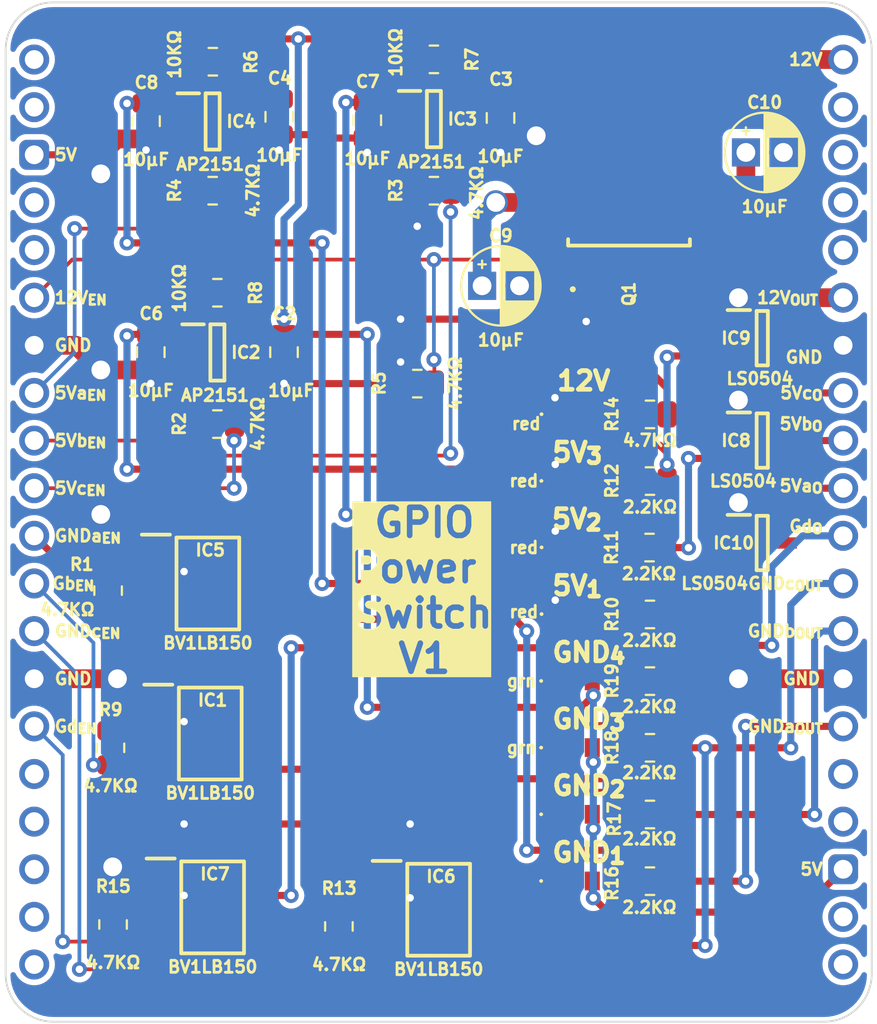
<source format=kicad_pcb>
(kicad_pcb (version 20240108) (generator "pcbnew") (generator_version "8.0")
  (title_block (title "Pico Wide GPIO Connect") (date "2025-01-30") (rev "V0"))
  (layers (0 "F.Cu" signal) (31 "B.Cu" signal) (36 "B.SilkS" user "B.Silkscreen") (37 "F.SilkS" user "F.Silkscreen") (38 "B.Mask" user) (39 "F.Mask" user) (44 "Edge.Cuts" user))
  (net 0 "")
  (net 1 "/5V")
  (net 2 "/GND")
  (net 3 "Net-(IC2-FLG)")
  (net 4 "Net-(IC3-FLG)")
  (net 5 "Net-(IC4-FLG)")
  (net 7 "/5V_{OUT2}OUT")
  (net 8 "/5V_{OUT3}OUT")
  (net 9 "/5V_{OUT1}OUT")
  (net 27 "/EN_{12V}")
  (net 28 "/12V")
  (net 29 "/EN3_{5V}")
  (net 30 "/5V_{OUT3}")
  (net 31 "/5V_{OUT2}")
  (net 32 "/EN2_{5V}")
  (net 33 "/5V_{OUT1}")
  (net 34 "/EN1_{5V}")
  (net 35 "/12V_{OUT}")
  (net 36 "Net-(LED1-Pad2)")
  (net 37 "Net-(LED2-Pad2)")
  (net 38 "Net-(LED3-Pad2)")
  (net 39 "Net-(LED5-Pad2)")
  (net 40 "/GND_{OUT2}")
  (net 41 "/EN2_{GND}")
  (net 42 "/GND_{OUT1}")
  (net 43 "/EN1_{GND}")
  (net 44 "/GND_{OUT3}")
  (net 45 "/EN3_{GND}")
  (net 46 "/GND_{OUT4}")
  (net 47 "/EN4_{GND}")
  (net 48 "Net-(LED4-Pad1)")
  (net 49 "Net-(LED6-Pad1)")
  (net 50 "Net-(LED7-Pad1)")
  (net 51 "Net-(LED8-Pad1)")
  (footprint "SamacSys_Parts:150224SS73100A" (layer "F.Cu") (at 27.8005 26.015 90)
    (property "Reference" "LED2" (hide yes))
    (property "Value" "150224SS73100" (hide yes))
  )
  (footprint "SamacSys_Parts:R_0805" (layer "F.Cu") (at 16.275 46.228)
    (property "Reference" "R13")
    (property "Value" "4.7KΩ")
  )
  (footprint "SamacSys_Parts:SIP_20_Pins" (layer "F.Cu") (at 0 0)
    (property "Reference" "J2" (hide yes))
    (property "Value" "Conn_01x20" (hide yes))
  )
  (footprint "SamacSys_Parts:R_0805" (layer "F.Cu") (at 3.956 28.321)
    (property "Reference" "R1")
    (property "Value" "4.7KΩ")
  )
  (footprint "SamacSys_Parts:R_0805" (layer "F.Cu") (at 32.8695 18.913 90)
    (property "Reference" "R14")
    (property "Value" "4.7KΩ")
  )
  (footprint "SamacSys_Parts:150224SS73100A" (layer "F.Cu") (at 27.798 18.913 90)
    (property "Reference" "LED5" (hide yes))
    (property "Value" "150224SS73100" (hide yes))
  )
  (footprint "SamacSys_Parts:R_0805" (layer "F.Cu") (at 9.525 6.985 90)
    (property "Reference" "R4")
    (property "Value" "4.7KΩ")
  )
  (footprint "SamacSys_Parts:SOIC127P600X165-8N" (layer "F.Cu") (at 9.525 45.212)
    (property "Reference" "IC7")
    (property "Value" "BV1LB150FJ-CE2" (hide yes))
  )
  (footprint "SamacSys_Parts:SOT95P280X145-3N" (layer "F.Cu") (at 38.862 14.859)
    (property "Reference" "IC9")
    (property "Value" "LS0504EVT233" (hide yes))
  )
  (footprint "SamacSys_Parts:C_0805" (layer "F.Cu") (at 24.892 3.13)
    (property "Reference" "C3")
    (property "Value" "10μF")
  )
  (footprint "SamacSys_Parts:SOT95P280X145-3N" (layer "F.Cu") (at 38.862 25.781)
    (property "Reference" "IC10")
    (property "Value" "LS0504EVT233" (hide yes))
  )
  (footprint "SamacSys_Parts:CP_Radial_D4.0mm_P2.00mm" (layer "F.Cu") (at 23.907999 12.065)
    (property "Reference" "C9")
    (property "Value" "10μF")
  )
  (footprint "SamacSys_Parts:SOIC127P600X165-8N" (layer "F.Cu") (at 21.59 45.339)
    (property "Reference" "IC6")
    (property "Value" "BV1LB150FJ-CE2" (hide yes))
  )
  (footprint "SamacSys_Parts:C_0805" (layer "F.Cu") (at 13.081 3.0715)
    (property "Reference" "C4")
    (property "Value" "10μF")
  )
  (footprint "SamacSys_Parts:C_0805" (layer "F.Cu") (at 6.223 15.621)
    (property "Reference" "C6")
    (property "Value" "10μF")
  )
  (footprint "SamacSys_Parts:R_0805" (layer "F.Cu") (at 20.447 17.272 90)
    (property "Reference" "R5")
    (property "Value" "4.7KΩ")
  )
  (footprint "SamacSys_Parts:150224VS73100A" (layer "F.Cu") (at 27.7895 33.137 90)
    (property "Reference" "LED8" (hide yes))
    (property "Value" "150224VS73100A" (hide yes))
  )
  (footprint "SamacSys_Parts:R_0805" (layer "F.Cu") (at 32.8695 36.693 90)
    (property "Reference" "R18")
    (property "Value" "2.2KΩ")
  )
  (footprint "SamacSys_Parts:150224VS73100A" (layer "F.Cu") (at 27.7895 43.805 90)
    (property "Reference" "LED4" (hide yes))
    (property "Value" "150224VS73100A" (hide yes))
  )
  (footprint "SamacSys_Parts:CP_Radial_D4.0mm_P2.00mm" (layer "F.Cu") (at 37.989 4.953)
    (property "Reference" "C10")
    (property "Value" "10μF")
  )
  (footprint "SamacSys_Parts:R_0805" (layer "F.Cu") (at 21.336 0 -90)
    (property "Reference" "R7")
    (property "Value" "10KΩ")
  )
  (footprint "SamacSys_Parts:150224VS73100A" (layer "F.Cu") (at 27.7895 36.693 90)
    (property "Reference" "LED7" (hide yes))
    (property "Value" "150224VS73100A" (hide yes))
  )
  (footprint "SamacSys_Parts:SOIC127P600X165-8N" (layer "F.Cu") (at 9.398 35.941)
    (property "Reference" "IC1")
    (property "Value" "BV1LB150FJ-CE2" (hide yes))
  )
  (footprint "SamacSys_Parts:SOT95P280X145-3N" (layer "F.Cu") (at 38.862 20.32)
    (property "Reference" "IC8")
    (property "Value" "LS0504EVT233" (hide yes))
  )
  (footprint "SamacSys_Parts:R_0805" (layer "F.Cu") (at 32.8695 29.581 90)
    (property "Reference" "R10")
    (property "Value" "2.2KΩ")
  )
  (footprint "SamacSys_Parts:R_0805" (layer "F.Cu") (at 4.22 46.1245)
    (property "Reference" "R15")
    (property "Value" "4.7KΩ")
  )
  (footprint "SamacSys_Parts:R_0805" (layer "F.Cu") (at 32.8695 22.469 90)
    (property "Reference" "R12")
    (property "Value" "2.2KΩ")
  )
  (footprint "SamacSys_Parts:R_0805" (layer "F.Cu") (at 21.336 6.985 90)
    (property "Reference" "R3")
    (property "Value" "4.7KΩ")
  )
  (footprint "SamacSys_Parts:R_0805" (layer "F.Cu") (at 9.779 19.431 90)
    (property "Reference" "R2")
    (property "Value" "4.7KΩ")
  )
  (footprint "SamacSys_Parts:SIP_20_Pins" (layer "F.Cu") (at 43.18 48.26 180)
    (property "Reference" "J5" (hide yes))
    (property "Value" "Conn_01x20" (hide yes))
  )
  (footprint "SamacSys_Parts:R_0805" (layer "F.Cu") (at 32.8695 33.137 90)
    (property "Reference" "R19")
    (property "Value" "2.2KΩ")
  )
  (footprint "SamacSys_Parts:SOT95P285X130-5N" (layer "F.Cu") (at 9.525 3.302)
    (property "Reference" "IC4")
    (property "Value" "AP2151AW-7" (hide yes))
  )
  (footprint "SamacSys_Parts:ITS428L2ATMA1" (layer "F.Cu") (at 31.75 8.001)
    (property "Reference" "Q1")
    (property "Value" "ITS428L2ATMA1" (hide yes))
  )
  (footprint "SamacSys_Parts:R_0805" (layer "F.Cu") (at 4.083 36.703)
    (property "Reference" "R9")
    (property "Value" "4.7KΩ")
  )
  (footprint "SamacSys_Parts:SOT95P285X130-5N" (layer "F.Cu") (at 9.779 15.621)
    (property "Reference" "IC2")
    (property "Value" "AP2151AW-7" (hide yes))
  )
  (footprint "SamacSys_Parts:R_0805" (layer "F.Cu") (at 9.779 12.446 -90)
    (property "Reference" "R8")
    (property "Value" "10KΩ")
  )
  (footprint "SamacSys_Parts:C_0805" (layer "F.Cu") (at 13.335 15.621)
    (property "Reference" "C2")
    (property "Value" "10μF")
  )
  (footprint "SamacSys_Parts:C_0805" (layer "F.Cu") (at 5.969 3.302)
    (property "Reference" "C8")
    (property "Value" "10μF")
  )
  (footprint "SamacSys_Parts:150224SS73100A" (layer "F.Cu") (at 27.8005 29.571 90)
    (property "Reference" "LED1" (hide yes))
    (property "Value" "150224SS73100" (hide yes))
  )
  (footprint "SamacSys_Parts:150224SS73100A" (layer "F.Cu") (at 27.7895 22.469 90)
    (property "Reference" "LED3" (hide yes))
    (property "Value" "150224SS73100" (hide yes))
  )
  (footprint "SamacSys_Parts:R_0805" (layer "F.Cu") (at 32.8695 43.805 90)
    (property "Reference" "R16")
    (property "Value" "2.2KΩ")
  )
  (footprint "SamacSys_Parts:SOT95P285X130-5N" (layer "F.Cu") (at 21.336 3.175)
    (property "Reference" "IC3")
    (property "Value" "AP2151AW-7" (hide yes))
  )
  (footprint "SamacSys_Parts:SOIC127P600X165-8N" (layer "F.Cu") (at 9.271 27.94)
    (property "Reference" "IC5")
    (property "Value" "BV1LB150FJ-CE2" (hide yes))
  )
  (footprint "SamacSys_Parts:R_0805" (layer "F.Cu") (at 32.8695 40.249 90)
    (property "Reference" "R17")
    (property "Value" "2.2KΩ")
  )
  (footprint "SamacSys_Parts:C_0805" (layer "F.Cu") (at 17.78 3.252)
    (property "Reference" "C7")
    (property "Value" "10μF")
  )
  (footprint "SamacSys_Parts:R_0805" (layer "F.Cu") (at 32.846 26.015 90)
    (property "Reference" "R11")
    (property "Value" "2.2KΩ")
  )
  (footprint "SamacSys_Parts:R_0805" (layer "F.Cu") (at 9.535 0.127 -90)
    (property "Reference" "R6")
    (property "Value" "10KΩ")
  )
  (footprint "SamacSys_Parts:150224VS73100A" (layer "F.Cu") (at 27.7895 40.249 90)
    (property "Reference" "LED6" (hide yes))
    (property "Value" "150224VS73100A" (hide yes))
  )
  (footprint "SamacSys_Parts:PinHeader_1x20_P2.54mm_Vertical" (layer "B.Cu") (at 43.18 48.26)
    (property "Reference" "J3" (hide yes))
    (property "Value" "Pin_Header_01x20" (hide yes))
  )
  (footprint "SamacSys_Parts:PinHeader_1x20_P2.54mm_Vertical" (layer "B.Cu") (at 0 0 180)
    (property "Reference" "J4" (hide yes))
    (property "Value" "Pin_Header_01x20" (hide yes))
  )
  (gr_line (start 42.164 -3.048) (end 1.016 -3.048) (stroke (width 0.1)) (layer "Edge.Cuts"))
  (gr_line (start -1.524 -0.508) (end -1.524 48.768) (stroke (width 0.1)) (layer "Edge.Cuts"))
  (gr_arc (start 44.704 48.768) (mid 43.960053 50.564062) (end 42.164 51.308) (stroke (width 0.1)) (layer "Edge.Cuts"))
  (gr_arc (start 1.016 51.308) (mid -0.780051 50.564051) (end -1.524 48.768) (stroke (width 0.1)) (layer "Edge.Cuts"))
  (gr_arc (start -1.524 -0.508) (mid -0.780051 -2.304051) (end 1.016 -3.048) (stroke (width 0.1)) (layer "Edge.Cuts"))
  (gr_line (start 42.164 51.308) (end 1.016 51.308) (stroke (width 0.1)) (layer "Edge.Cuts"))
  (gr_line (start 44.704 -0.508) (end 44.704 48.768) (stroke (width 0.1)) (layer "Edge.Cuts"))
  (gr_arc (start 42.164 -3.048) (mid 43.960003 -2.304011) (end 44.704 -0.508) (stroke (width 0.1)) (layer "Edge.Cuts"))
  (gr_text "12V_{OUT}" (at 41.91 12.7 0) (layer "F.SilkS") (effects (font (size 0.635 0.635) (thickness 0.15) (bold yes)) (justify right)))
  (gr_text "5Va_{O}" (at 42.164 22.733 0) (layer "F.SilkS") (effects (font (size 0.635 0.635) (thickness 0.15) (bold yes)) (justify right)))
  (gr_text "5V_{2}" (at 27.512 24.501 0) (layer "F.SilkS") (effects (font (size 1 1) (thickness 0.25) (bold yes)) (justify left)))
  (gr_text "GPIO\nPower \nSwitch\nV1" (at 20.828 28.321 0) (layer "F.SilkS" knockout) (effects (font (size 1.5 1.5) (thickness 0.3) (bold yes))))
  (gr_text "5Vb_{O}" (at 42.164 19.431 0) (layer "F.SilkS") (effects (font (size 0.635 0.635) (thickness 0.15) (bold yes)) (justify right)))
  (gr_text "GND" (at 1.016 33.02 0) (layer "F.SilkS") (effects (font (size 0.635 0.635) (thickness 0.15) (bold yes)) (justify left)))
  (gr_text "5V_{1}" (at 27.5355 28.057 0) (layer "F.SilkS") (effects (font (size 1 1) (thickness 0.25) (bold yes)) (justify left)))
  (gr_text "GND" (at 42.164 15.875 0) (layer "F.SilkS") (effects (font (size 0.635 0.635) (thickness 0.15) (bold yes)) (justify right)))
  (gr_text "GNDb_{OUT}" (at 42.164 30.48 0) (layer "F.SilkS") (effects (font (size 0.635 0.635) (thickness 0.15) (bold yes)) (justify right)))
  (gr_text "5Vc_{EN}" (at 1.016 22.86 0) (layer "F.SilkS") (effects (font (size 0.635 0.635) (thickness 0.15) (bold yes)) (justify left)))
  (gr_text "Gb_{EN}" (at 0.889 27.94 0) (layer "F.SilkS") (effects (font (size 0.635 0.635) (thickness 0.15) (bold yes)) (justify left)))
  (gr_text "12V_{EN}" (at 1.016 12.7 0) (layer "F.SilkS") (effects (font (size 0.635 0.635) (thickness 0.15) (bold yes)) (justify left)))
  (gr_text "GNDa_{EN}" (at 1.016 25.4 0) (layer "F.SilkS") (effects (font (size 0.635 0.635) (thickness 0.15) (bold yes)) (justify left)))
  (gr_text "5V" (at 1.016 5.08 0) (layer "F.SilkS") (effects (font (size 0.635 0.635) (thickness 0.15) (bold yes)) (justify left)))
  (gr_text "Gd_{O}" (at 42.164 24.892 0) (layer "F.SilkS") (effects (font (size 0.635 0.635) (thickness 0.15) (bold yes)) (justify right)))
  (gr_text "GNDa_{OUT}" (at 42.164 35.56 0) (layer "F.SilkS") (effects (font (size 0.635 0.635) (thickness 0.15) (bold yes)) (justify right)))
  (gr_text "5Vc_{O}" (at 42.164 17.78 0) (layer "F.SilkS") (effects (font (size 0.635 0.635) (thickness 0.15) (bold yes)) (justify right)))
  (gr_text "5V" (at 42.164 43.18 0) (layer "F.SilkS") (effects (font (size 0.635 0.635) (thickness 0.15) (bold yes)) (justify right)))
  (gr_text "GNDc_{OUT}" (at 42.164 27.94 0) (layer "F.SilkS") (effects (font (size 0.635 0.635) (thickness 0.15) (bold yes)) (justify right)))
  (gr_text "5Va_{EN}" (at 1.016 17.78 0) (layer "F.SilkS") (effects (font (size 0.635 0.635) (thickness 0.15) (bold yes)) (justify left)))
  (gr_text "12V" (at 42.164 0 0) (layer "F.SilkS") (effects (font (size 0.635 0.635) (thickness 0.15) (bold yes)) (justify right)))
  (gr_text "12V" (at 27.7895 17.135 0) (layer "F.SilkS") (effects (font (size 1 1) (thickness 0.25) (bold yes)) (justify left)))
  (gr_text "GND_{1}" (at 27.5355 42.281 0) (layer "F.SilkS") (effects (font (size 1 1) (thickness 0.25) (bold yes)) (justify left)))
  (gr_text "5V_{3}" (at 27.5355 20.945 0) (layer "F.SilkS") (effects (font (size 1 1) (thickness 0.25) (bold yes)) (justify left)))
  (gr_text "5Vb_{EN}" (at 1.016 20.32 0) (layer "F.SilkS") (effects (font (size 0.635 0.635) (thickness 0.15) (bold yes)) (justify left)))
  (gr_text "GND" (at 1.016 15.24 0) (layer "F.SilkS") (effects (font (size 0.635 0.635) (thickness 0.15) (bold yes)) (justify left)))
  (gr_text "GND_{4}" (at 27.5355 31.613 0) (layer "F.SilkS") (effects (font (size 1 1) (thickness 0.25) (bold yes)) (justify left)))
  (gr_text "GND_{3}" (at 27.5355 35.169 0) (layer "F.SilkS") (effects (font (size 1 1) (thickness 0.25) (bold yes)) (justify left)))
  (gr_text "GND_{2}" (at 27.5355 38.725 0) (layer "F.SilkS") (effects (font (size 1 1) (thickness 0.25) (bold yes)) (justify left)))
  (gr_text "GNDc_{EN}" (at 1.016 30.48 0) (layer "F.SilkS") (effects (font (size 0.635 0.635) (thickness 0.15) (bold yes)) (justify left)))
  (gr_text "Gd_{EN}" (at 1.016 35.56 0) (layer "F.SilkS") (effects (font (size 0.635 0.635) (thickness 0.15) (bold yes)) (justify left)))
  (gr_text "GND" (at 42.037 33.02 0) (layer "F.SilkS") (effects (font (size 0.635 0.635) (thickness 0.15) (bold yes)) (justify right)))
  (segment (start 23.739 -0.01) (end 24.892 1.143) (width 0.38) (layer "F.Cu") (net 1))
  (segment (start 13.335 14.655) (end 11.095 14.655) (width 0.38) (layer "F.Cu") (net 1))
  (segment (start 29.845 44.704) (end 30.607 45.466) (width 0.38) (layer "F.Cu") (net 1))
  (segment (start 22.2485 -0.01) (end 22.2485 1.27) (width 0.38) (layer "F.Cu") (net 1))
  (segment (start 10.4475 0.117) (end 10.4475 1.0495) (width 0.38) (layer "F.Cu") (net 1))
  (segment (start 9.525 -0.605024) (end 9.525 -0.137) (width 0.38) (layer "F.Cu") (net 1))
  (segment (start 22.2485 -0.01) (end 23.739 -0.01) (width 0.38) (layer "F.Cu") (net 1))
  (segment (start 29.845 33.909) (end 29.845 33.1925) (width 0.38) (layer "F.Cu") (net 1))
  (segment (start 8.860024 -1.27) (end 9.525 -0.605024) (width 0.38) (layer "F.Cu") (net 1))
  (segment (start 13.081 1.143) (end 13.081 2.1055) (width 0.38) (layer "F.Cu") (net 1))
  (segment (start 11.079 14.127) (end 11.079 14.671) (width 0.38) (layer "F.Cu") (net 1))
  (segment (start 13.272 -1.1) (end 14.097 -1.1) (width 0.38) (layer "F.Cu") (net 1))
  (segment (start 1.524 5.08) (end 2.794 3.81) (width 0.38) (layer "F.Cu") (net 1))
  (segment (start 2.794 3.81) (end 2.794 0.635) (width 0.38) (layer "F.Cu") (net 1))
  (segment (start 2.794 0.635) (end 4.699 -1.27) (width 0.38) (layer "F.Cu") (net 1))
  (segment (start 4.699 -1.27) (end 8.860024 -1.27) (width 0.38) (layer "F.Cu") (net 1))
  (segment (start 10.6915 13.7395) (end 11.079 14.127) (width 0.38) (layer "F.Cu") (net 1))
  (segment (start 23.754 2.164) (end 24.892 2.164) (width 0.38) (layer "F.Cu") (net 1))
  (segment (start 22.636 2.225) (end 23.683 2.225) (width 0.38) (layer "F.Cu") (net 1))
  (segment (start 29.21 34.544) (end 17.78 34.544) (width 0.38) (layer "F.Cu") (net 1))
  (segment (start 29.7895 43.805) (end 29.7895 44.6485) (width 0.38) (layer "F.Cu") (net 1))
  (segment (start 10.4475 0.117) (end 12.055 0.117) (width 0.38) (layer "F.Cu") (net 1))
  (segment (start 22.636 2.225) (end 22.636 1.6575) (width 0.38) (layer "F.Cu") (net 1))
  (segment (start 20.958024 -1.1) (end 21.326 -0.732024) (width 0.38) (layer "F.Cu") (net 1))
  (segment (start 13.335 13.843) (end 13.335 14.655) (width 0.38) (layer "F.Cu") (net 1))
  (segment (start 29.845 33.909) (end 29.21 34.544) (width 0.38) (layer "F.Cu") (net 1))
  (segment (start 9.779 0.117) (end 10.4475 0.117) (width 0.38) (layer "F.Cu") (net 1))
  (segment (start 40.894001 45.466) (end 43.18 43.180001) (width 0.38) (layer "F.Cu") (net 1))
  (segment (start 29.845 37.465) (end 29.845 36.7485) (width 0.38) (layer "F.Cu") (net 1))
  (segment (start 29.845 41.021) (end 29.845 40.3045) (width 0.38) (layer "F.Cu") (net 1))
  (segment (start 29.7895 44.6485) (end 29.845 44.704) (width 0.38) (layer "F.Cu") (net 1))
  (segment (start 21.326 -0.732024) (end 21.326 -0.264) (width 0.38) (layer "F.Cu") (net 1))
  (segment (start 21.58 -0.01) (end 22.2485 -0.01) (width 0.38) (layer "F.Cu") (net 1))
  (segment (start 24.892 1.143) (end 24.892 2.164) (width 0.38) (layer "F.Cu") (net 1))
  (segment (start 10.6915 12.436) (end 10.6915 13.7395) (width 0.38) (layer "F.Cu") (net 1))
  (segment (start 9.525 -0.137) (end 9.779 0.117) (width 0.38) (layer "F.Cu") (net 1))
  (segment (start 12.055 0.117) (end 13.272 -1.1) (width 0.38) (layer "F.Cu") (net 1))
  (segment (start 0 5.08) (end 1.524 5.08) (width 0.38) (layer "F.Cu") (net 1))
  (segment (start 22.636 1.6575) (end 22.2485 1.27) (width 0.38) (layer "F.Cu") (net 1))
  (segment (start 10.4475 1.0495) (end 10.825 1.427) (width 0.38) (layer "F.Cu") (net 1))
  (segment (start 13.335 14.655) (end 17.78 14.655) (width 0.38) (layer "F.Cu") (net 1))
  (segment (start 23.683 2.225) (end 23.749 2.159) (width 0.38) (layer "F.Cu") (net 1))
  (segment (start 23.749 2.159) (end 23.754 2.164) (width 0.38) (layer "F.Cu") (net 1))
  (segment (start 10.825 2.352) (end 11.6915 2.352) (width 0.38) (layer "F.Cu") (net 1))
  (segment (start 10.825 1.427) (end 10.825 2.352) (width 0.38) (layer "F.Cu") (net 1))
  (segment (start 13.081 2.1055) (end 11.938 2.1055) (width 0.38) (layer "F.Cu") (net 1))
  (segment (start 14.097 -1.1) (end 20.958024 -1.1) (width 0.38) (layer "F.Cu") (net 1))
  (segment (start 12.055 0.117) (end 13.081 1.143) (width 0.38) (layer "F.Cu") (net 1))
  (segment (start 21.326 -0.264) (end 21.58 -0.01) (width 0.38) (layer "F.Cu") (net 1))
  (segment (start 11.6915 2.352) (end 11.938 2.1055) (width 0.38) (layer "F.Cu") (net 1))
  (segment (start 30.607 45.466) (end 40.894001 45.466) (width 0.38) (layer "F.Cu") (net 1))
  (via (at 29.845 33.909) (size 0.8) (drill 0.4) (layers "F.Cu" "B.Cu") (net 1))
  (via (at 29.845 44.704) (size 0.8) (drill 0.4) (layers "F.Cu" "B.Cu") (net 1))
  (via (at 29.845 37.465) (size 0.8) (drill 0.4) (layers "F.Cu" "B.Cu") (net 1))
  (via (at 13.335 13.843) (size 0.8) (drill 0.4) (layers "F.Cu" "B.Cu") (net 1))
  (via (at 17.78 14.655) (size 0.8) (drill 0.4) (layers "F.Cu" "B.Cu") (net 1))
  (via (at 29.845 41.021) (size 0.8) (drill 0.4) (layers "F.Cu" "B.Cu") (net 1))
  (via (at 17.78 34.544) (size 0.8) (drill 0.4) (layers "F.Cu" "B.Cu") (net 1))
  (via (at 14.097 -1.1) (size 0.8) (drill 0.4) (layers "F.Cu" "B.Cu") (net 1))
  (segment (start 13.335 8.509) (end 13.335 13.843) (width 0.38) (layer "B.Cu") (net 1))
  (segment (start 29.845 41.021) (end 29.845 37.465) (width 0.38) (layer "B.Cu") (net 1))
  (segment (start 29.845 37.465) (end 29.845 33.909) (width 0.38) (layer "B.Cu") (net 1))
  (segment (start 17.78 34.544) (end 17.78 14.655) (width 0.38) (layer "B.Cu") (net 1))
  (segment (start 14.097 7.747) (end 13.335 8.509) (width 0.38) (layer "B.Cu") (net 1))
  (segment (start 14.097 -1.1) (end 14.097 7.747) (width 0.38) (layer "B.Cu") (net 1))
  (segment (start 29.845 44.704) (end 29.845 41.021) (width 0.38) (layer "B.Cu") (net 1))
  (segment (start 4.073 35.7905) (end 5.2305 35.7905) (width 0.38) (layer "F.Cu") (net 2))
  (segment (start 5.969 5.969) (end 5.969 4.826) (width 0.38) (layer "F.Cu") (net 2))
  (segment (start 25.19066 13.843) (end 19.558 13.843) (width 0.38) (layer "F.Cu") (net 2))
  (segment (start 41.529 14.986) (end 41.529 14.478) (width 0.38) (layer "F.Cu") (net 2))
  (segment (start 5.969 4.826) (end 5.969 4.236) (width 0.38) (layer "F.Cu") (net 2))
  (segment (start 37.612 23.642) (end 37.592 23.622) (width 0.38) (layer "F.Cu") (net 2))
  (segment (start 17.78 6.35) (end 18.425 6.995) (width 0.38) (layer "F.Cu") (net 2))
  (segment (start 20.066 40.767) (end 8.001 40.767) (width 0.38) (layer "F.Cu") (net 2))
  (segment (start 41.529 14.478) (end 40.96 13.909) (width 0.38) (layer "F.Cu") (net 2))
  (segment (start 19.5345 16.1525) (end 19.558 16.129) (width 0.38) (layer "F.Cu") (net 2))
  (segment (start 18.815 44.704) (end 18.815 45.974) (width 0.38) (layer "F.Cu") (net 2))
  (segment (start 25.908 12.065) (end 27.423 12.065) (width 0.38) (layer "F.Cu") (net 2))
  (segment (start 5.207 45.212) (end 5.842 44.577) (width 0.38) (layer "F.Cu") (net 2))
  (segment (start 4.073 35.7905) (end 4.073 34.916) (width 0.38) (layer "F.Cu") (net 2))
  (segment (start 6.223 16.555) (end 7.157 15.621) (width 0.38) (layer "F.Cu") (net 2))
  (segment (start 5.715 35.306) (end 6.623 35.306) (width 0.38) (layer "F.Cu") (net 2))
  (segment (start 6.75 44.577) (end 6.75 45.847) (width 0.38) (layer "F.Cu") (net 2))
  (segment (start 5.2305 35.7905) (end 5.715 35.306) (width 0.38) (layer "F.Cu") (net 2))
  (segment (start 3.946 27.4085) (end 3.946 26.035) (width 1) (layer "F.Cu") (net 2))
  (segment (start 8.6125 6.995) (end 6.995 6.995) (width 0.38) (layer "F.Cu") (net 2))
  (segment (start 6.995 6.995) (end 5.969 5.969) (width 0.38) (layer "F.Cu") (net 2))
  (segment (start 6.623 34.036) (end 6.623 35.306) (width 0.38) (layer "F.Cu") (net 2))
  (segment (start 5.207 27.305) (end 6.496 27.305) (width 0.38) (layer "F.Cu") (net 2))
  (segment (start 29.47 13.964) (end 29.464 13.97) (width 0.38) (layer "F.Cu") (net 2))
  (segment (start 8.001 27.305) (end 6.496 27.305) (width 0.38) (layer "F.Cu") (net 2))
  (segment (start 37.612 12.72) (end 37.612 13.909) (width 0.38) (layer "F.Cu") (net 2))
  (segment (start 0 15.24) (end 2.241 15.24) (width 1) (layer "F.Cu") (net 2))
  (segment (start 5.842 44.577) (end 6.75 44.577) (width 0.38) (layer "F.Cu") (net 2))
  (segment (start 4.073 34.916) (end 4.445 34.544) (width 0.38) (layer "F.Cu") (net 2))
  (segment (start 18.791 3.175) (end 20.036 3.175) (width 0.38) (layer "F.Cu") (net 2))
  (segment (start 3.556 5.08) (end 4.4 4.236) (width 1) (layer "F.Cu") (net 2))
  (segment (start 4.445 33.02) (end 4.445 34.544) (width 0.38) (layer "F.Cu") (net 2))
  (segment (start 17.78 4.953) (end 17.78 6.35) (width 0.38) (layer "F.Cu") (net 2))
  (segment (start 18.425 6.995) (end 20.4235 6.995) (width 0.38) (layer "F.Cu") (net 2))
  (segment (start 5.1035 27.4085) (end 5.207 27.305) (width 0.38) (layer "F.Cu") (net 2))
  (segment (start 6.496 27.305) (end 6.496 28.575) (width 0.38) (layer "F.Cu") (net 2))
  (segment (start 27.8005 28.841494) (end 27.813 28.828994) (width 0.38) (layer "F.Cu") (net 2))
  (segment (start 17.907 44.704) (end 18.815 44.704) (width 0.38) (layer "F.Cu") (net 2))
  (segment (start 6.223 17.272) (end 6.223 18.415) (width 0.38) (layer "F.Cu") (net 2))
  (segment (start 13.345 17.282) (end 13.335 17.272) (width 0.38) (layer "F.Cu") (net 2))
  (segment (start 19.5345 17.282) (end 13.345 17.282) (width 0.38) (layer "F.Cu") (net 2))
  (segment (start 6.223 16.555) (end 6.223 17.272) (width 0.38) (layer "F.Cu") (net 2))
  (segment (start 3.556 6.096) (end 3.556 5.08) (width 1) (layer "F.Cu") (net 2))
  (segment (start 13.335 16.555) (end 13.335 17.272) (width 0.38) (layer "F.Cu") (net 2))
  (segment (start 7.157 15.621) (end 8.479 15.621) (width 0.38) (layer "F.Cu") (net 2))
  (segment (start 29.47 12.201) (end 29.47 13.964) (width 0.38) (layer "F.Cu") (net 2))
  (segment (start 37.592 19.35) (end 37.592 18.161006) (width 0.38) (layer "F.Cu") (net 2))
  (segment (start 27.8005 29.571) (end 27.8005 28.841494) (width 0.38) (layer "F.Cu") (net 2))
  (segment (start 6.623 35.306) (end 6.623 36.576) (width 0.38) (layer "F.Cu") (net 2))
  (segment (start 18.815 43.434) (end 18.815 44.704) (width 0.38) (layer "F.Cu") (net 2))
  (segment (start 3.556 25.645) (end 3.946 26.035) (width 1) (layer "F.Cu") (net 2))
  (segment (start 13.081 4.0055) (end 14.8005 4.0055) (width 0.38) (layer "F.Cu") (net 2))
  (segment (start 41.783 15.24) (end 41.529 14.986) (width 0.38) (layer "F.Cu") (net 2))
  (segment (start 6.903 3.302) (end 5.969 4.236) (width 0.38) (layer "F.Cu") (net 2))
  (segment (start 3.946 27.4085) (end 5.1035 27.4085) (width 0.38) (layer "F.Cu") (net 2))
  (segment (start 25.908 12.065) (end 25.908 13.12566) (width 0.38) (layer "F.Cu") (net 2))
  (segment (start 18.815 44.704) (end 20.066 44.704) (width 0.38) (layer "F.Cu") (net 2))
  (segment (start 40.96 13.909) (end 37.612 13.909) (width 0.38) (layer "F.Cu") (net 2))
  (segment (start 24.892 4.064) (end 26.797 4.064) (width 1) (layer "F.Cu") (net 2))
  (segment (start 43.18 15.24) (end 41.783 15.24) (width 0.38) (layer "F.Cu") (net 2))
  (segment (start 3.556 24.25696) (end 3.556 25.645) (width 1) (layer "F.Cu") (net 2))
  (segment (start 24.892 4.952996) (end 24.892 4.064) (width 0.38) (layer "F.Cu") (net 2))
  (segment (start 14.981 4.186) (end 17.78 4.186) (width 0.38) (layer "F.Cu") (net 2))
  (segment (start 27.813 25.146) (end 27.813 26.0025) (width 0.38) (layer "F.Cu") (net 2))
  (segment (start 6.223 18.415) (end 7.249 19.441) (width 0.38) (layer "F.Cu") (net 2))
  (segment (start 17.78 4.186) (end 17.78 4.953) (width 0.38) (layer "F.Cu") (net 2))
  (segment (start 4.191 45.193) (end 4.21 45.212) (width 1) (layer "F.Cu") (net 2))
  (segment (start 7.249 19.441) (end 8.8665 19.441) (width 0.38) (layer "F.Cu") (net 2))
  (segment (start 17.78 4.186) (end 18.791 3.175) (width 0.38) (layer "F.Cu") (net 2))
  (segment (start 29.47 12.201) (end 27.559 12.201) (width 0.38) (layer "F.Cu") (net 2))
  (segment (start 0 33.02) (end 4.445 33.02) (width 1) (layer "F.Cu") (net 2))
  (segment (start 27.798 18.913) (end 27.798 18.034) (width 0.38) (layer "F.Cu") (net 2))
  (segment (start 17.2955 45.3155) (end 17.907 44.704) (width 0.38) (layer "F.Cu") (net 2))
  (segment (start 2.241 15.24) (end 3.556 16.555) (width 1) (layer "F.Cu") (net 2))
  (segment (start 8.225 3.302) (end 6.903 3.302) (width 0.38) (layer "F.Cu") (net 2))
  (segment (start 16.265 45.3155) (end 17.2955 45.3155) (width 0.38) (layer "F.Cu") (net 2))
  (segment (start 3.556 16.555) (end 6.223 16.555) (width 1) (layer "F.Cu") (net 2))
  (segment (start 6.623 35.306) (end 8.001 35.306) (width 0.38) (layer "F.Cu") (net 2))
  (segment (start 37.612 24.831) (end 37.612 23.642) (width 0.38) (layer "F.Cu") (net 2))
  (segment (start 20.447 8.89) (end 20.447 7.0185) (width 0.38) (layer "F.Cu") (net 2))
  (segment (start 14.8005 4.0055) (end 14.981 4.186) (width 0.38) (layer "F.Cu") (net 2))
  (segment (start 4.4 4.236) (end 5.969 4.236) (width 1) (layer "F.Cu") (net 2))
  (segment (start 25.908 13.12566) (end 25.19066 13.843) (width 0.38) (layer "F.Cu") (net 2))
  (segment (start 4.191 43.053) (end 4.191 45.193) (width 1) (layer "F.Cu") (net 2))
  (segment (start 4.21 45.212) (end 5.207 45.212) (width 0.38) (layer "F.Cu") (net 2))
  (segment (start 6.75 43.307) (end 6.75 44.577) (width 0.38) (layer "F.Cu") (net 2))
  (segment (start 19.5345 17.282) (end 19.5345 16.1525) (width 0.38) (layer "F.Cu") (net 2))
  (segment (start 37.592 12.7) (end 37.612 12.72) (width 0.38) (layer "F.Cu") (net 2))
  (segment (start 13.081 4.0055) (end 13.081 4.826) (width 0.38) (layer "F.Cu") (net 2))
  (segment (start 27.813 21.59) (end 27.813 22.4455) (width 0.38) (layer "F.Cu") (net 2))
  (segment (start 27.423 12.065) (end 27.559 12.201) (width 0.38) (layer "F.Cu") (net 2))
  (segment (start 6.496 26.035) (end 6.496 27.305) (width 0.38) (layer "F.Cu") (net 2))
  (segment (start 43.18 33.02) (end 37.592 33.02) (width 1) (layer "F.Cu") (net 2))
  (segment (start 8.001 44.577) (end 6.75 44.577) (width 0.38) (layer "F.Cu") (net 2))
  (via (at 24.892 4.952996) (size 0.8) (drill 0.4) (layers "F.Cu" "B.Cu") (net 2))
  (via (at 20.066 44.704) (size 0.8) (drill 0.4) (layers "F.Cu" "B.Cu") (net 2))
  (via (at 13.335 17.272) (size 0.8) (drill 0.4) (layers "F.Cu" "B.Cu") (net 2))
  (via (at 3.556 6.096) (size 1.6) (drill 1) (layers "F.Cu" "B.Cu") (net 2))
  (via (at 20.447 8.89) (size 0.8) (drill 0.4) (layers "F.Cu" "B.Cu") (net 2))
  (via (at 8.001 35.306) (size 0.8) (drill 0.4) (layers "F.Cu" "B.Cu") (net 2))
  (via (at 8.001 40.767) (size 0.8) (drill 0.4) (layers "F.Cu" "B.Cu") (net 2))
  (via (at 5.969 4.826) (size 0.8) (drill 0.4) (layers "F.Cu" "B.Cu") (net 2))
  (via (at 3.556 24.25696) (size 1.6) (drill 1) (layers "F.Cu" "B.Cu") (net 2))
  (via (at 4.191 43.053) (size 1.6) (drill 1) (layers "F.Cu" "B.Cu") (net 2))
  (via (at 37.592 12.7) (size 1.6) (drill 1) (layers "F.Cu" "B.Cu") (net 2))
  (via (at 17.78 4.953) (size 0.8) (drill 0.4) (layers "F.Cu" "B.Cu") (net 2))
  (via (at 27.813 25.146) (size 0.8) (drill 0.4) (layers "F.Cu" "B.Cu") (net 2))
  (via (at 27.813 21.59) (size 0.8) (drill 0.4) (layers "F.Cu" "B.Cu") (net 2))
  (via (at 3.556 16.555) (size 1.6) (drill 1) (layers "F.Cu" "B.Cu") (net 2))
  (via (at 37.592 18.161006) (size 1.6) (drill 1) (layers "F.Cu" "B.Cu") (net 2))
  (via (at 26.797 4.064) (size 1.6) (drill 1) (layers "F.Cu" "B.Cu") (net 2))
  (via (at 13.081 4.826) (size 0.8) (drill 0.4) (layers "F.Cu" "B.Cu") (net 2))
  (via (at 4.445 33.02) (size 1.6) (drill 1) (layers "F.Cu" "B.Cu") (net 2))
  (via (at 37.592 33.02) (size 1.6) (drill 1) (layers "F.Cu" "B.Cu") (net 2))
  (via (at 19.558 13.843) (size 0.8) (drill 0.4) (layers "F.Cu" "B.Cu") (net 2))
  (via (at 37.592 23.622) (size 1.6) (drill 1) (layers "F.Cu" "B.Cu") (net 2))
  (via (at 6.223 17.272) (size 0.8) (drill 0.4) (layers "F.Cu" "B.Cu") (net 2))
  (via (at 19.558 16.129) (size 0.8) (drill 0.4) (layers "F.Cu" "B.Cu") (net 2))
  (via (at 27.798 18.034) (size 0.8) (drill 0.4) (layers "F.Cu" "B.Cu") (net 2))
  (via (at 29.464 13.97) (size 0.8) (drill 0.4) (layers "F.Cu" "B.Cu") (net 2))
  (via (at 8.001 27.305) (size 0.8) (drill 0.4) (layers "F.Cu" "B.Cu") (net 2))
  (via (at 20.066 40.767) (size 0.8) (drill 0.4) (layers "F.Cu" "B.Cu") (net 2))
  (via (at 8.001 44.577) (size 0.8) (drill 0.4) (layers "F.Cu" "B.Cu") (net 2))
  (via (at 27.813 28.828994) (size 0.8) (drill 0.4) (layers "F.Cu" "B.Cu") (net 2))
  (segment (start 39.989001 6.452999) (end 39.989001 4.953) (width 1) (layer "B.Cu") (net 2))
  (segment (start 27.813 25.146) (end 27.813 28.828994) (width 0.38) (layer "B.Cu") (net 2))
  (segment (start 4.445 33.02) (end 4.445 29.083) (width 1) (layer "B.Cu") (net 2))
  (segment (start 13.081 4.826) (end 5.969 4.826) (width 0.38) (layer "B.Cu") (net 2))
  (segment (start 19.558 16.129) (end 19.558 13.843) (width 0.38) (layer "B.Cu") (net 2))
  (segment (start 3.556 24.25696) (end 3.556 28.194) (width 1) (layer "B.Cu") (net 2))
  (segment (start 4.445 42.799) (end 4.191 43.053) (width 1) (layer "B.Cu") (net 2))
  (segment (start 37.592 33.02) (end 37.592 23.622) (width 1) (layer "B.Cu") (net 2))
  (segment (start 8.001 35.306) (end 8.001 27.305) (width 0.38) (layer "B.Cu") (net 2))
  (segment (start 37.592 18.161006) (end 40.258994 18.161006) (width 1) (layer "B.Cu") (net 2))
  (segment (start 8.001 40.767) (end 8.001 44.577) (width 0.38) (layer "B.Cu") (net 2))
  (segment (start 19.558 13.843) (end 19.558 9.779) (width 0.38) (layer "B.Cu") (net 2))
  (segment (start 19.558 9.779) (end 20.447 8.89) (width 0.38) (layer "B.Cu") (net 2))
  (segment (start 3.556 16.555) (end 3.556 24.25696) (width 1) (layer "B.Cu") (net 2))
  (segment (start 36.449 8.128) (end 36.449 11.557) (width 1) (layer "B.Cu") (net 2))
  (segment (start 29.464 15.24) (end 27.798 16.906) (width 0.38) (layer "B.Cu") (net 2))
  (segment (start 29.464 13.97) (end 29.464 15.24) (width 0.38) (layer "B.Cu") (net 2))
  (segment (start 27.798 16.906) (end 27.798 18.034) (width 0.38) (layer "B.Cu") (net 2))
  (segment (start 27.813 21.59) (end 27.813 25.146) (width 0.38) (layer "B.Cu") (net 2))
  (segment (start 37.592 23.622) (end 37.592 18.161006) (width 1) (layer "B.Cu") (net 2))
  (segment (start 20.066 44.704) (end 20.066 40.767) (width 0.38) (layer "B.Cu") (net 2))
  (segment (start 36.449 11.557) (end 37.592 12.7) (width 1) (layer "B.Cu") (net 2))
  (segment (start 13.335 17.272) (end 6.223 17.272) (width 0.38) (layer "B.Cu") (net 2))
  (segment (start 27.798 18.034) (end 27.798 21.575) (width 0.38) (layer "B.Cu") (net 2))
  (segment (start 17.78 4.953) (end 24.891996 4.953) (width 0.38) (layer "B.Cu") (net 2))
  (segment (start 26.797 4.064) (end 30.861 8.128) (width 1) (layer "B.Cu") (net 2))
  (segment (start 3.556 16.555) (end 3.556 6.096) (width 1) (layer "B.Cu") (net 2))
  (segment (start 8.001 35.306) (end 8.001 40.767) (width 0.38) (layer "B.Cu") (net 2))
  (segment (start 38.314 8.128) (end 39.989001 6.452999) (width 1) (layer "B.Cu") (net 2))
  (segment (start 3.556 28.194) (end 4.445 29.083) (width 1) (layer "B.Cu") (net 2))
  (segment (start 40.258994 18.161006) (end 43.18 15.24) (width 1) (layer "B.Cu") (net 2))
  (segment (start 36.449 8.128) (end 38.314 8.128) (width 1) (layer "B.Cu") (net 2))
  (segment (start 4.445 33.02) (end 4.445 42.799) (width 1) (layer "B.Cu") (net 2))
  (segment (start 24.891996 4.953) (end 24.892 4.952996) (width 0.38) (layer "B.Cu") (net 2))
  (segment (start 37.592 12.7) (end 37.592 18.161006) (width 1) (layer "B.Cu") (net 2))
  (segment (start 27.798 21.575) (end 27.813 21.59) (width 0.38) (layer "B.Cu") (net 2))
  (segment (start 30.861 8.128) (end 36.449 8.128) (width 1) (layer "B.Cu") (net 2))
  (segment (start 9.779 13.3485) (end 9.779 15.867) (width 0.2) (layer "F.Cu") (net 3))
  (segment (start 8.8665 12.436) (end 9.779 13.3485) (width 0.2) (layer "F.Cu") (net 3))
  (segment (start 9.779 15.867) (end 9.075 16.571) (width 0.2) (layer "F.Cu") (net 3))
  (segment (start 9.075 16.571) (end 8.479 16.571) (width 0.2) (layer "F.Cu") (net 3))
  (segment (start 21.336 3.6) (end 20.811 4.125) (width 0.2) (layer "F.Cu") (net 4))
  (segment (start 20.811 4.125) (end 20.036 4.125) (width 0.2) (layer "F.Cu") (net 4))
  (segment (start 20.4235 -0.01) (end 21.336 0.9025) (width 0.2) (layer "F.Cu") (net 4))
  (segment (start 21.336 0.9025) (end 21.336 3.6) (width 0.2) (layer "F.Cu") (net 4))
  (segment (start 8.6225 0.117) (end 9.525 1.0195) (width 0.2) (layer "F.Cu") (net 5))
  (segment (start 9.525 3.727) (end 9 4.252) (width 0.2) (layer "F.Cu") (net 5))
  (segment (start 9 4.252) (end 8.225 4.252) (width 0.2) (layer "F.Cu") (net 5))
  (segment (start 9.525 1.0195) (end 9.525 3.727) (width 0.2) (layer "F.Cu") (net 5))
  (segment (start 40.112 20.32) (end 43.179999 20.32) (width 0.38) (layer "F.Cu") (net 7))
  (segment (start 41.021 17.78) (end 43.18 17.78) (width 0.38) (layer "F.Cu") (net 8))
  (segment (start 40.112 16.871) (end 41.021 17.78) (width 0.38) (layer "F.Cu") (net 8))
  (segment (start 40.112 14.859) (end 40.112 16.871) (width 0.38) (layer "F.Cu") (net 8))
  (segment (start 40.112 23.769) (end 41.021 22.86) (width 0.38) (layer "F.Cu") (net 9))
  (segment (start 40.112 25.781) (end 40.112 23.769) (width 0.38) (layer "F.Cu") (net 9))
  (segment (start 41.021 22.86) (end 43.18 22.86) (width 0.38) (layer "F.Cu") (net 9))
  (segment (start 21.3595 16.0255) (end 21.336 16.002) (width 0.2) (layer "F.Cu") (net 27))
  (segment (start 21.335996 10.668) (end 30.377 10.668) (width 0.2) (layer "F.Cu") (net 27))
  (segment (start 2.032 10.668) (end 21.335996 10.668) (width 0.2) (layer "F.Cu") (net 27))
  (segment (start 30.377 10.668) (end 30.61 10.901) (width 0.2) (layer "F.Cu") (net 27))
  (segment (start 21.3595 17.282) (end 21.3595 16.0255) (width 0.2) (layer "F.Cu") (net 27))
  (segment (start 30.61 10.901) (end 30.61 12.201) (width 0.2) (layer "F.Cu") (net 27))
  (segment (start 0 12.7) (end 2.032 10.668) (width 0.2) (layer "F.Cu") (net 27))
  (via (at 21.335996 10.668) (size 0.8) (drill 0.4) (layers "F.Cu" "B.Cu") (net 27))
  (via (at 21.336 16.002) (size 0.8) (drill 0.4) (layers "F.Cu" "B.Cu") (net 27))
  (segment (start 21.336 10.668004) (end 21.335996 10.668) (width 0.2) (layer "B.Cu") (net 27))
  (segment (start 21.336 16.002) (end 21.336 10.668004) (width 0.2) (layer "B.Cu") (net 27))
  (segment (start 26.035 7.62) (end 24.638 7.62) (width 1) (layer "F.Cu") (net 28))
  (segment (start 31.75 1.016) (end 31.75 5.901) (width 1) (layer "F.Cu") (net 28))
  (segment (start 27.754 5.901) (end 26.035 7.62) (width 1) (layer "F.Cu") (net 28))
  (segment (start 43.18 0) (end 32.766 0) (width 1) (layer "F.Cu") (net 28))
  (segment (start 31.75 5.901) (end 27.754 5.901) (width 1) (layer "F.Cu") (net 28))
  (segment (start 32.766 0) (end 31.75 1.016) (width 1) (layer "F.Cu") (net 28))
  (via (at 24.638 7.62) (size 1.3) (drill 1) (layers "F.Cu" "B.Cu") (net 28))
  (segment (start 23.907999 8.350001) (end 24.638 7.62) (width 1) (layer "B.Cu") (net 28))
  (segment (start 23.907999 12.065) (end 23.907999 8.350001) (width 1) (layer "B.Cu") (net 28))
  (segment (start 0 22.86) (end 10.668 22.86) (width 0.2) (layer "F.Cu") (net 29))
  (segment (start 10.6915 18.2645) (end 11.079 17.877) (width 0.2) (layer "F.Cu") (net 29))
  (segment (start 10.668 20.32) (end 10.668 19.4645) (width 0.2) (layer "F.Cu") (net 29))
  (segment (start 11.079 17.877) (end 11.079 16.571) (width 0.2) (layer "F.Cu") (net 29))
  (segment (start 10.6915 19.441) (end 10.6915 18.2645) (width 0.2) (layer "F.Cu") (net 29))
  (via (at 10.668 22.86) (size 0.8) (drill 0.4) (layers "F.Cu" "B.Cu") (net 29))
  (via (at 10.668 20.32) (size 0.8) (drill 0.4) (layers "F.Cu" "B.Cu") (net 29))
  (segment (start 10.668 22.86) (end 10.668 20.32) (width 0.2) (layer "B.Cu") (net 29))
  (segment (start 33.782 22.479) (end 33.782 21.59) (width 0.38) (layer "F.Cu") (net 30))
  (segment (start 6.223 14.655) (end 5.03 14.655) (width 0.38) (layer "F.Cu") (net 30))
  (segment (start 5.03 14.655) (end 4.953 14.732) (width 0.38) (layer "F.Cu") (net 30))
  (segment (start 33.848 15.809) (end 37.612 15.809) (width 0.38) (layer "F.Cu") (net 30))
  (segment (start 4.953 21.84401) (end 24.00299 21.84401) (width 0.38) (layer "F.Cu") (net 30))
  (segment (start 25.273 20.574) (end 33.401 20.574) (width 0.38) (layer "F.Cu") (net 30))
  (segment (start 33.782 15.875) (end 33.848 15.809) (width 0.38) (layer "F.Cu") (net 30))
  (segment (start 33.401 20.574) (end 33.782 20.955) (width 0.38) (layer "F.Cu") (net 30))
  (segment (start 33.782 20.955) (end 33.782 21.59) (width 0.38) (layer "F.Cu") (net 30))
  (segment (start 24.00299 21.84401) (end 25.273 20.574) (width 0.38) (layer "F.Cu") (net 30))
  (segment (start 8.479 14.671) (end 6.239 14.671) (width 0.38) (layer "F.Cu") (net 30))
  (via (at 4.953 21.84401) (size 0.8) (drill 0.4) (layers "F.Cu" "B.Cu") (net 30))
  (via (at 33.782 15.875) (size 0.8) (drill 0.4) (layers "F.Cu" "B.Cu") (net 30))
  (via (at 33.782 21.59) (size 0.8) (drill 0.4) (layers "F.Cu" "B.Cu") (net 30))
  (via (at 4.953 14.732) (size 0.8) (drill 0.4) (layers "F.Cu" "B.Cu") (net 30))
  (segment (start 33.782 21.59) (end 33.782 15.875) (width 0.38) (layer "B.Cu") (net 30))
  (segment (start 4.953 14.732) (end 4.953 21.84401) (width 0.38) (layer "B.Cu") (net 30))
  (segment (start 33.7585 24.8685) (end 33.7585 26.025) (width 0.38) (layer "F.Cu") (net 31))
  (segment (start 17.78 2.286) (end 16.637 2.286) (width 0.38) (layer "F.Cu") (net 31))
  (segment (start 33.147 24.257) (end 33.7585 24.8685) (width 0.38) (layer "F.Cu") (net 31))
  (segment (start 34.925005 21.27) (end 34.925 21.270005) (width 0.38) (layer "F.Cu") (net 31))
  (segment (start 17.78 2.286) (end 19.975 2.286) (width 0.38) (layer "F.Cu") (net 31))
  (segment (start 16.637 24.257) (end 33.147 24.257) (width 0.38) (layer "F.Cu") (net 31))
  (segment (start 34.915 26.025) (end 34.925 26.035) (width 0.38) (layer "F.Cu") (net 31))
  (segment (start 37.612 21.27) (end 34.925005 21.27) (width 0.38) (layer "F.Cu") (net 31))
  (segment (start 33.7585 26.025) (end 34.915 26.025) (width 0.38) (layer "F.Cu") (net 31))
  (via (at 34.925 26.035) (size 0.8) (drill 0.4) (layers "F.Cu" "B.Cu") (net 31))
  (via (at 16.637 2.286) (size 0.8) (drill 0.4) (layers "F.Cu" "B.Cu") (net 31))
  (via (at 34.925 21.270005) (size 0.8) (drill 0.4) (layers "F.Cu" "B.Cu") (net 31))
  (via (at 16.637 24.257) (size 0.8) (drill 0.4) (layers "F.Cu" "B.Cu") (net 31))
  (segment (start 16.637 2.286) (end 16.637 24.257) (width 0.38) (layer "B.Cu") (net 31))
  (segment (start 34.925 21.270005) (end 34.925 26.035) (width 0.38) (layer "B.Cu") (net 31))
  (segment (start 22.2485 6.995) (end 22.2485 5.7215) (width 0.2) (layer "F.Cu") (net 32))
  (segment (start 0 20.32) (end 5.550001 20.32) (width 0.2) (layer "F.Cu") (net 32))
  (segment (start 22.636 4.125) (end 22.636 5.334) (width 0.2) (layer "F.Cu") (net 32))
  (segment (start 6.35 21.119999) (end 22.109011 21.119999) (width 0.2) (layer "F.Cu") (net 32))
  (segment (start 5.550001 20.32) (end 6.35 21.119999) (width 0.2) (layer "F.Cu") (net 32))
  (segment (start 22.109011 21.119999) (end 22.225 21.00401) (width 0.2) (layer "F.Cu") (net 32))
  (segment (start 22.2485 5.7215) (end 22.636 5.334) (width 0.2) (layer "F.Cu") (net 32))
  (segment (start 22.2485 6.995) (end 22.2485 8.104496) (width 0.2) (layer "F.Cu") (net 32))
  (segment (start 22.2485 8.104496) (end 22.225 8.127996) (width 0.2) (layer "F.Cu") (net 32))
  (via (at 22.225 8.127996) (size 0.8) (drill 0.4) (layers "F.Cu" "B.Cu") (net 32))
  (via (at 22.225 21.00401) (size 0.8) (drill 0.4) (layers "F.Cu" "B.Cu") (net 32))
  (segment (start 22.225 8.127996) (end 22.225 21.00401) (width 0.2) (layer "B.Cu") (net 32))
  (segment (start 33.782 28.575) (end 33.147 27.94) (width 0.38) (layer "F.Cu") (net 33))
  (segment (start 8.225 2.352) (end 5.985 2.352) (width 0.38) (layer "F.Cu") (net 33))
  (segment (start 5.969 2.336) (end 4.953 2.336) (width 0.38) (layer "F.Cu") (net 33))
  (segment (start 33.147 27.94) (end 15.367 27.94) (width 0.38) (layer "F.Cu") (net 33))
  (segment (start 15.366998 9.779) (end 4.953 9.779) (width 0.38) (layer "F.Cu") (net 33))
  (segment (start 37.612 28.047) (end 37.612 26.731) (width 0.38) (layer "F.Cu") (net 33))
  (segment (start 33.782 29.591) (end 36.068 29.591) (width 0.38) (layer "F.Cu") (net 33))
  (segment (start 36.068 29.591) (end 37.612 28.047) (width 0.38) (layer "F.Cu") (net 33))
  (segment (start 33.782 29.591) (end 33.782 28.575) (width 0.38) (layer "F.Cu") (net 33))
  (via (at 15.366998 9.779) (size 0.8) (drill 0.4) (layers "F.Cu" "B.Cu") (net 33))
  (via (at 4.953 9.779) (size 0.8) (drill 0.4) (layers "F.Cu" "B.Cu") (net 33))
  (via (at 4.953 2.336) (size 0.8) (drill 0.4) (layers "F.Cu" "B.Cu") (net 33))
  (via (at 15.367 27.94) (size 0.8) (drill 0.4) (layers "F.Cu" "B.Cu") (net 33))
  (segment (start 4.953 2.336) (end 4.953 9.779) (width 0.38) (layer "B.Cu") (net 33))
  (segment (start 15.367 27.94) (end 15.366998 27.939998) (width 0.38) (layer "B.Cu") (net 33))
  (segment (start 15.366998 27.939998) (end 15.366998 9.779) (width 0.38) (layer "B.Cu") (net 33))
  (segment (start 10.825 4.252) (end 10.825 5.461) (width 0.2) (layer "F.Cu") (net 34))
  (segment (start 10.4375 6.995) (end 10.4375 5.8485) (width 0.2) (layer "F.Cu") (net 34))
  (segment (start 10.4375 6.995) (end 8.4155 9.017) (width 0.2) (layer "F.Cu") (net 34))
  (segment (start 10.4375 5.8485) (end 10.825 5.461) (width 0.2) (layer "F.Cu") (net 34))
  (segment (start 2.159004 9.017) (end 8.4155 9.017) (width 0.2) (layer "F.Cu") (net 34))
  (via (at 2.159004 9.017) (size 0.8) (drill 0.4) (layers "F.Cu" "B.Cu") (net 34))
  (segment (start 2.159004 15.620996) (end 2.159004 9.017) (width 0.2) (layer "B.Cu") (net 34))
  (segment (start 0 17.78) (end 2.159004 15.620996) (width 0.2) (layer "B.Cu") (net 34))
  (segment (start 32.385 15.621) (end 34.03 13.976) (width 0.38) (layer "F.Cu") (net 35))
  (segment (start 37.989 4.953) (end 37.989 9.668) (width 1) (layer "F.Cu") (net 35))
  (segment (start 41.021 12.7) (end 43.18 12.7) (width 1) (layer "F.Cu") (net 35))
  (segment (start 37.989 9.668) (end 41.021 12.7) (width 1) (layer "F.Cu") (net 35))
  (segment (start 35.456 12.201) (end 34.29 12.201) (width 1) (layer "F.Cu") (net 35))
  (segment (start 33.782 17.526) (end 32.385 16.129) (width 0.38) (layer "F.Cu") (net 35))
  (segment (start 33.782 18.923) (end 33.782 17.526) (width 0.38) (layer "F.Cu") (net 35))
  (segment (start 37.989 9.668) (end 35.456 12.201) (width 1) (layer "F.Cu") (net 35))
  (segment (start 32.385 16.129) (end 32.385 15.621) (width 0.38) (layer "F.Cu") (net 35))
  (segment (start 34.03 13.976) (end 34.03 12.201) (width 0.38) (layer "F.Cu") (net 35))
  (segment (start 29.8005 29.571) (end 31.937 29.571) (width 0.2) (layer "F.Cu") (net 36))
  (segment (start 29.8005 26.015) (end 31.9235 26.015) (width 0.2) (layer "F.Cu") (net 37))
  (segment (start 31.957 22.479) (end 29.7995 22.479) (width 0.2) (layer "F.Cu") (net 38))
  (segment (start 29.798 18.913) (end 31.947 18.913) (width 0.2) (layer "F.Cu") (net 39))
  (segment (start 12.173 37.846) (end 12.173 37.103) (width 0.38) (layer "F.Cu") (net 40))
  (segment (start 33.782 40.259) (end 41.656 40.259) (width 0.38) (layer "F.Cu") (net 40))
  (segment (start 12.173 37.103) (end 12.192 37.084) (width 0.38) (layer "F.Cu") (net 40))
  (segment (start 16.764 37.846) (end 17.272 38.354) (width 0.38) (layer "F.Cu") (net 40))
  (segment (start 12.173 37.846) (end 16.764 37.846) (width 0.38) (layer "F.Cu") (net 40))
  (segment (start 33.782 38.989) (end 33.782 40.259) (width 0.38) (layer "F.Cu") (net 40))
  (segment (start 17.272 38.354) (end 33.147 38.354) (width 0.38) (layer "F.Cu") (net 40))
  (segment (start 12.192 37.084) (end 12.173 37.065) (width 0.38) (layer "F.Cu") (net 40))
  (segment (start 12.173 36.576) (end 12.173 35.306) (width 0.38) (layer "F.Cu") (net 40))
  (segment (start 33.147 38.354) (end 33.782 38.989) (width 0.38) (layer "F.Cu") (net 40))
  (segment (start 12.173 37.065) (end 12.173 36.576) (width 0.38) (layer "F.Cu") (net 40))
  (segment (start 12.173 35.306) (end 12.173 34.036) (width 0.38) (layer "F.Cu") (net 40))
  (via (at 41.656 40.259) (size 0.8) (drill 0.4) (layers "F.Cu" "B.Cu") (net 40))
  (segment (start 41.656 30.861) (end 41.656 40.259) (width 0.38) (layer "B.Cu") (net 40))
  (segment (start 43.18 30.479999) (end 42.037001 30.479999) (width 0.38) (layer "B.Cu") (net 40))
  (segment (start 42.037001 30.479999) (end 41.656 30.861) (width 0.38) (layer "B.Cu") (net 40))
  (segment (start 4.073 37.6155) (end 3.163 37.6155) (width 0.2) (layer "F.Cu") (net 41))
  (segment (start 5.1035 37.6155) (end 5.334 37.846) (width 0.2) (layer "F.Cu") (net 41))
  (segment (start 5.334 37.846) (end 6.623 37.846) (width 0.2) (layer "F.Cu") (net 41))
  (segment (start 4.073 37.6155) (end 5.1035 37.6155) (width 0.2) (layer "F.Cu") (net 41))
  (via (at 3.163 37.6155) (size 0.8) (drill 0.4) (layers "F.Cu" "B.Cu") (net 41))
  (segment (start 0 27.94) (end 3.163 31.103) (width 0.2) (layer "B.Cu") (net 41))
  (segment (start 3.163 31.103) (end 3.163 37.6155) (width 0.2) (layer "B.Cu") (net 41))
  (segment (start 12.046 27.305) (end 12.046 26.035) (width 0.38) (layer "F.Cu") (net 42))
  (segment (start 12.046 29.845) (end 25.654 29.845) (width 0.38) (layer "F.Cu") (net 42))
  (segment (start 33.782 42.672) (end 33.782 43.815) (width 0.38) (layer "F.Cu") (net 42))
  (segment (start 26.289 42.164) (end 33.274 42.164) (width 0.38) (layer "F.Cu") (net 42))
  (segment (start 43.18 35.56) (end 37.973 35.56) (width 0.38) (layer "F.Cu") (net 42))
  (segment (start 12.046 29.845) (end 12.046 28.575) (width 0.38) (layer "F.Cu") (net 42))
  (segment (start 25.654 29.845) (end 26.289 30.48) (width 0.38) (layer "F.Cu") (net 42))
  (segment (start 33.274 42.164) (end 33.782 42.672) (width 0.38) (layer "F.Cu") (net 42))
  (segment (start 37.973 43.815) (end 33.782 43.815) (width 0.38) (layer "F.Cu") (net 42))
  (segment (start 12.046 28.575) (end 12.046 27.305) (width 0.38) (layer "F.Cu") (net 42))
  (via (at 37.973 43.815) (size 0.8) (drill 0.4) (layers "F.Cu" "B.Cu") (net 42))
  (via (at 37.973 35.56) (size 0.8) (drill 0.4) (layers "F.Cu" "B.Cu") (net 42))
  (via (at 26.289 30.48) (size 0.8) (drill 0.4) (layers "F.Cu" "B.Cu") (net 42))
  (via (at 26.289 42.164) (size 0.8) (drill 0.4) (layers "F.Cu" "B.Cu") (net 42))
  (segment (start 26.289 30.48) (end 26.289 42.164) (width 0.38) (layer "B.Cu") (net 42))
  (segment (start 37.973 35.56) (end 37.973 43.815) (width 0.38) (layer "B.Cu") (net 42))
  (segment (start 1.778 27.178) (end 1.778 28.956) (width 0.38) (layer "F.Cu") (net 43))
  (segment (start 2.0555 29.2335) (end 3.946 29.2335) (width 0.38) (layer "F.Cu") (net 43))
  (segment (start 0 25.4) (end 1.778 27.178) (width 0.38) (layer "F.Cu") (net 43))
  (segment (start 5.207 29.845) (end 6.496 29.845) (width 0.38) (layer "F.Cu") (net 43))
  (segment (start 1.778 28.956) (end 2.0555 29.2335) (width 0.38) (layer "F.Cu") (net 43))
  (segment (start 3.946 29.2335) (end 4.5955 29.2335) (width 0.38) (layer "F.Cu") (net 43))
  (segment (start 4.5955 29.2335) (end 5.207 29.845) (width 0.38) (layer "F.Cu") (net 43))
  (segment (start 24.365 43.434) (end 24.365 44.704) (width 0.38) (layer "F.Cu") (net 44))
  (segment (start 35.814 36.703) (end 40.386 36.703) (width 0.38) (layer "F.Cu") (net 44))
  (segment (start 24.365 45.974) (end 24.365 47.244) (width 0.38) (layer "F.Cu") (net 44))
  (segment (start 24.365 44.704) (end 24.365 45.974) (width 0.38) (layer "F.Cu") (net 44))
  (segment (start 35.814 36.703) (end 33.782 36.703) (width 0.38) (layer "F.Cu") (net 44))
  (segment (start 24.365 47.244) (end 35.814 47.244) (width 0.38) (layer "F.Cu") (net 44))
  (via (at 35.814 47.244) (size 0.8) (drill 0.4) (layers "F.Cu" "B.Cu") (net 44))
  (via (at 40.386 36.703) (size 0.8) (drill 0.4) (layers "F.Cu" "B.Cu") (net 44))
  (via (at 35.814 36.703) (size 0.8) (drill 0.4) (layers "F.Cu" "B.Cu") (net 44))
  (segment (start 40.386 36.703) (end 40.386 29.083) (width 0.38) (layer "B.Cu") (net 44))
  (segment (start 40.386 29.083) (end 41.529 27.94) (width 0.38) (layer "B.Cu") (net 44))
  (segment (start 35.814 47.244) (end 35.814 36.703) (width 0.38) (layer "B.Cu") (net 44))
  (segment (start 41.529 27.94) (end 43.18 27.94) (width 0.38) (layer "B.Cu") (net 44))
  (segment (start 17.5495 47.1405) (end 17.653 47.244) (width 0.2) (layer "F.Cu") (net 45))
  (segment (start 13.462 48.514) (end 2.413 48.514) (width 0.2) (layer "F.Cu") (net 45))
  (segment (start 16.265 47.1405) (end 17.5495 47.1405) (width 0.2) (layer "F.Cu") (net 45))
  (segment (start 14.8355 47.1405) (end 13.462 48.514) (width 0.2) (layer "F.Cu") (net 45))
  (segment (start 17.653 47.244) (end 18.815 47.244) (width 0.2) (layer "F.Cu") (net 45))
  (segment (start 16.265 47.1405) (end 14.8355 47.1405) (width 0.2) (layer "F.Cu") (net 45))
  (via (at 2.413 48.514) (size 0.8) (drill 0.4) (layers "F.Cu" "B.Cu") (net 45))
  (segment (start 2.413 32.893) (end 2.413 48.514) (width 0.2) (layer "B.Cu") (net 45))
  (segment (start 0 30.48) (end 2.413 32.893) (width 0.2) (layer "B.Cu") (net 45))
  (segment (start 13.716002 31.369) (end 33.147 31.369) (width 0.38) (layer "F.Cu") (net 46))
  (segment (start 35.179 33.147) (end 37.084 31.242) (width 0.38) (layer "F.Cu") (net 46))
  (segment (start 12.3 43.307) (end 12.3 44.577) (width 0.38) (layer "F.Cu") (net 46))
  (segment (start 12.3 47.117) (end 12.3 45.847) (width 0.38) (layer "F.Cu") (net 46))
  (segment (start 12.3 44.577) (end 12.3 45.847) (width 0.38) (layer "F.Cu") (net 46))
  (segment (start 33.782 33.147) (end 35.179 33.147) (width 0.38) (layer "F.Cu") (net 46))
  (segment (start 37.084 31.242) (end 39.369996 31.242) (width 0.38) (layer "F.Cu") (net 46))
  (segment (start 33.782 32.004) (end 33.782 33.147) (width 0.38) (layer "F.Cu") (net 46))
  (segment (start 33.147 31.369) (end 33.782 32.004) (width 0.38) (layer "F.Cu") (net 46))
  (segment (start 12.3 44.577) (end 13.716 44.577) (width 0.38) (layer "F.Cu") (net 46))
  (via (at 13.716 44.577) (size 0.8) (drill 0.4) (layers "F.Cu" "B.Cu") (net 46))
  (via (at 39.369996 31.242) (size 0.8) (drill 0.4) (layers "F.Cu" "B.Cu") (net 46))
  (via (at 13.716002 31.369) (size 0.8) (drill 0.4) (layers "F.Cu" "B.Cu") (net 46))
  (segment (start 13.716 44.577) (end 13.716 31.369) (width 0.38) (layer "B.Cu") (net 46))
  (segment (start 43.18 25.4) (end 41.021 25.4) (width 0.38) (layer "B.Cu") (net 46))
  (segment (start 41.021 25.4) (end 39.369996 27.051004) (width 0.38) (layer "B.Cu") (net 46))
  (segment (start 13.716 31.369) (end 13.716002 31.369) (width 0.38) (layer "B.Cu") (net 46))
  (segment (start 39.369996 27.051004) (end 39.369996 31.242) (width 0.38) (layer "B.Cu") (net 46))
  (segment (start 4.21 47.037) (end 1.524 47.037) (width 0.2) (layer "F.Cu") (net 47))
  (segment (start 5.541 47.117) (end 5.461 47.037) (width 0.2) (layer "F.Cu") (net 47))
  (segment (start 4.21 47.037) (end 5.461 47.037) (width 0.2) (layer "F.Cu") (net 47))
  (segment (start 6.75 47.117) (end 5.541 47.117) (width 0.2) (layer "F.Cu") (net 47))
  (via (at 1.524 47.037) (size 0.8) (drill 0.4) (layers "F.Cu" "B.Cu") (net 47))
  (segment (start 0 35.56) (end 1.524 37.084) (width 0.2) (layer "B.Cu") (net 47))
  (segment (start 1.524 37.084) (end 1.524 47.037) (width 0.2) (layer "B.Cu") (net 47))
  (segment (start 28.9225 42.672) (end 30.814 42.672) (width 0.2) (layer "F.Cu") (net 48))
  (segment (start 27.7895 43.805) (end 28.9225 42.672) (width 0.2) (layer "F.Cu") (net 48))
  (segment (start 30.814 42.672) (end 31.957 43.815) (width 0.2) (layer "F.Cu") (net 48))
  (segment (start 27.7895 40.249) (end 29.0495 38.989) (width 0.2) (layer "F.Cu") (net 49))
  (segment (start 29.0495 38.989) (end 30.687 38.989) (width 0.2) (layer "F.Cu") (net 49))
  (segment (start 30.687 38.989) (end 31.957 40.259) (width 0.2) (layer "F.Cu") (net 49))
  (segment (start 29.0495 35.433) (end 30.687 35.433) (width 0.2) (layer "F.Cu") (net 50))
  (segment (start 30.687 35.433) (end 31.957 36.703) (width 0.2) (layer "F.Cu") (net 50))
  (segment (start 27.7895 36.693) (end 29.0495 35.433) (width 0.2) (layer "F.Cu") (net 50))
  (segment (start 27.7895 33.137) (end 29.0495 31.877) (width 0.2) (layer "F.Cu") (net 51))
  (segment (start 29.0495 31.877) (end 30.687 31.877) (width 0.2) (layer "F.Cu") (net 51))
  (segment (start 30.687 31.877) (end 31.957 33.147) (width 0.2) (layer "F.Cu") (net 51))
  (zone (net 2) (net_name "/GND") (layer "B.Cu") (connect_pads yes (clearance 0.3)) (min_thickness 0.3) (fill yes (thermal_gap 0.5) (thermal_bridge_width 0.5))
    (polygon (pts (xy -1.651 -3.175) (xy 44.831 -3.175) (xy 44.831 51.435) (xy -1.651 51.435)))
  )
)
</source>
